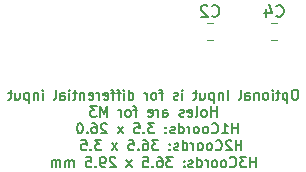
<source format=gbr>
%TF.GenerationSoftware,KiCad,Pcbnew,(5.1.9)-1*%
%TF.CreationDate,2021-10-14T16:01:30-04:00*%
%TF.ProjectId,ModularPreamp,4d6f6475-6c61-4725-9072-65616d702e6b,rev?*%
%TF.SameCoordinates,Original*%
%TF.FileFunction,Legend,Bot*%
%TF.FilePolarity,Positive*%
%FSLAX46Y46*%
G04 Gerber Fmt 4.6, Leading zero omitted, Abs format (unit mm)*
G04 Created by KiCad (PCBNEW (5.1.9)-1) date 2021-10-14 16:01:30*
%MOMM*%
%LPD*%
G01*
G04 APERTURE LIST*
%ADD10C,0.150000*%
%ADD11C,0.120000*%
G04 APERTURE END LIST*
D10*
X177791666Y-96934523D02*
X177629761Y-96934523D01*
X177548809Y-96975000D01*
X177467857Y-97055952D01*
X177427380Y-97217857D01*
X177427380Y-97501190D01*
X177467857Y-97663095D01*
X177548809Y-97744047D01*
X177629761Y-97784523D01*
X177791666Y-97784523D01*
X177872619Y-97744047D01*
X177953571Y-97663095D01*
X177994047Y-97501190D01*
X177994047Y-97217857D01*
X177953571Y-97055952D01*
X177872619Y-96975000D01*
X177791666Y-96934523D01*
X177063095Y-97217857D02*
X177063095Y-98067857D01*
X177063095Y-97258333D02*
X176982142Y-97217857D01*
X176820238Y-97217857D01*
X176739285Y-97258333D01*
X176698809Y-97298809D01*
X176658333Y-97379761D01*
X176658333Y-97622619D01*
X176698809Y-97703571D01*
X176739285Y-97744047D01*
X176820238Y-97784523D01*
X176982142Y-97784523D01*
X177063095Y-97744047D01*
X176415476Y-97217857D02*
X176091666Y-97217857D01*
X176294047Y-96934523D02*
X176294047Y-97663095D01*
X176253571Y-97744047D01*
X176172619Y-97784523D01*
X176091666Y-97784523D01*
X175808333Y-97784523D02*
X175808333Y-97217857D01*
X175808333Y-96934523D02*
X175848809Y-96975000D01*
X175808333Y-97015476D01*
X175767857Y-96975000D01*
X175808333Y-96934523D01*
X175808333Y-97015476D01*
X175282142Y-97784523D02*
X175363095Y-97744047D01*
X175403571Y-97703571D01*
X175444047Y-97622619D01*
X175444047Y-97379761D01*
X175403571Y-97298809D01*
X175363095Y-97258333D01*
X175282142Y-97217857D01*
X175160714Y-97217857D01*
X175079761Y-97258333D01*
X175039285Y-97298809D01*
X174998809Y-97379761D01*
X174998809Y-97622619D01*
X175039285Y-97703571D01*
X175079761Y-97744047D01*
X175160714Y-97784523D01*
X175282142Y-97784523D01*
X174634523Y-97217857D02*
X174634523Y-97784523D01*
X174634523Y-97298809D02*
X174594047Y-97258333D01*
X174513095Y-97217857D01*
X174391666Y-97217857D01*
X174310714Y-97258333D01*
X174270238Y-97339285D01*
X174270238Y-97784523D01*
X173501190Y-97784523D02*
X173501190Y-97339285D01*
X173541666Y-97258333D01*
X173622619Y-97217857D01*
X173784523Y-97217857D01*
X173865476Y-97258333D01*
X173501190Y-97744047D02*
X173582142Y-97784523D01*
X173784523Y-97784523D01*
X173865476Y-97744047D01*
X173905952Y-97663095D01*
X173905952Y-97582142D01*
X173865476Y-97501190D01*
X173784523Y-97460714D01*
X173582142Y-97460714D01*
X173501190Y-97420238D01*
X172975000Y-97784523D02*
X173055952Y-97744047D01*
X173096428Y-97663095D01*
X173096428Y-96934523D01*
X172003571Y-97784523D02*
X172003571Y-96934523D01*
X171598809Y-97217857D02*
X171598809Y-97784523D01*
X171598809Y-97298809D02*
X171558333Y-97258333D01*
X171477380Y-97217857D01*
X171355952Y-97217857D01*
X171275000Y-97258333D01*
X171234523Y-97339285D01*
X171234523Y-97784523D01*
X170829761Y-97217857D02*
X170829761Y-98067857D01*
X170829761Y-97258333D02*
X170748809Y-97217857D01*
X170586904Y-97217857D01*
X170505952Y-97258333D01*
X170465476Y-97298809D01*
X170425000Y-97379761D01*
X170425000Y-97622619D01*
X170465476Y-97703571D01*
X170505952Y-97744047D01*
X170586904Y-97784523D01*
X170748809Y-97784523D01*
X170829761Y-97744047D01*
X169696428Y-97217857D02*
X169696428Y-97784523D01*
X170060714Y-97217857D02*
X170060714Y-97663095D01*
X170020238Y-97744047D01*
X169939285Y-97784523D01*
X169817857Y-97784523D01*
X169736904Y-97744047D01*
X169696428Y-97703571D01*
X169413095Y-97217857D02*
X169089285Y-97217857D01*
X169291666Y-96934523D02*
X169291666Y-97663095D01*
X169251190Y-97744047D01*
X169170238Y-97784523D01*
X169089285Y-97784523D01*
X168158333Y-97784523D02*
X168158333Y-97217857D01*
X168158333Y-96934523D02*
X168198809Y-96975000D01*
X168158333Y-97015476D01*
X168117857Y-96975000D01*
X168158333Y-96934523D01*
X168158333Y-97015476D01*
X167794047Y-97744047D02*
X167713095Y-97784523D01*
X167551190Y-97784523D01*
X167470238Y-97744047D01*
X167429761Y-97663095D01*
X167429761Y-97622619D01*
X167470238Y-97541666D01*
X167551190Y-97501190D01*
X167672619Y-97501190D01*
X167753571Y-97460714D01*
X167794047Y-97379761D01*
X167794047Y-97339285D01*
X167753571Y-97258333D01*
X167672619Y-97217857D01*
X167551190Y-97217857D01*
X167470238Y-97258333D01*
X166539285Y-97217857D02*
X166215476Y-97217857D01*
X166417857Y-97784523D02*
X166417857Y-97055952D01*
X166377380Y-96975000D01*
X166296428Y-96934523D01*
X166215476Y-96934523D01*
X165810714Y-97784523D02*
X165891666Y-97744047D01*
X165932142Y-97703571D01*
X165972619Y-97622619D01*
X165972619Y-97379761D01*
X165932142Y-97298809D01*
X165891666Y-97258333D01*
X165810714Y-97217857D01*
X165689285Y-97217857D01*
X165608333Y-97258333D01*
X165567857Y-97298809D01*
X165527380Y-97379761D01*
X165527380Y-97622619D01*
X165567857Y-97703571D01*
X165608333Y-97744047D01*
X165689285Y-97784523D01*
X165810714Y-97784523D01*
X165163095Y-97784523D02*
X165163095Y-97217857D01*
X165163095Y-97379761D02*
X165122619Y-97298809D01*
X165082142Y-97258333D01*
X165001190Y-97217857D01*
X164920238Y-97217857D01*
X163625000Y-97784523D02*
X163625000Y-96934523D01*
X163625000Y-97744047D02*
X163705952Y-97784523D01*
X163867857Y-97784523D01*
X163948809Y-97744047D01*
X163989285Y-97703571D01*
X164029761Y-97622619D01*
X164029761Y-97379761D01*
X163989285Y-97298809D01*
X163948809Y-97258333D01*
X163867857Y-97217857D01*
X163705952Y-97217857D01*
X163625000Y-97258333D01*
X163220238Y-97784523D02*
X163220238Y-97217857D01*
X163220238Y-96934523D02*
X163260714Y-96975000D01*
X163220238Y-97015476D01*
X163179761Y-96975000D01*
X163220238Y-96934523D01*
X163220238Y-97015476D01*
X162936904Y-97217857D02*
X162613095Y-97217857D01*
X162815476Y-97784523D02*
X162815476Y-97055952D01*
X162775000Y-96975000D01*
X162694047Y-96934523D01*
X162613095Y-96934523D01*
X162451190Y-97217857D02*
X162127380Y-97217857D01*
X162329761Y-97784523D02*
X162329761Y-97055952D01*
X162289285Y-96975000D01*
X162208333Y-96934523D01*
X162127380Y-96934523D01*
X161520238Y-97744047D02*
X161601190Y-97784523D01*
X161763095Y-97784523D01*
X161844047Y-97744047D01*
X161884523Y-97663095D01*
X161884523Y-97339285D01*
X161844047Y-97258333D01*
X161763095Y-97217857D01*
X161601190Y-97217857D01*
X161520238Y-97258333D01*
X161479761Y-97339285D01*
X161479761Y-97420238D01*
X161884523Y-97501190D01*
X161115476Y-97784523D02*
X161115476Y-97217857D01*
X161115476Y-97379761D02*
X161075000Y-97298809D01*
X161034523Y-97258333D01*
X160953571Y-97217857D01*
X160872619Y-97217857D01*
X160265476Y-97744047D02*
X160346428Y-97784523D01*
X160508333Y-97784523D01*
X160589285Y-97744047D01*
X160629761Y-97663095D01*
X160629761Y-97339285D01*
X160589285Y-97258333D01*
X160508333Y-97217857D01*
X160346428Y-97217857D01*
X160265476Y-97258333D01*
X160225000Y-97339285D01*
X160225000Y-97420238D01*
X160629761Y-97501190D01*
X159860714Y-97217857D02*
X159860714Y-97784523D01*
X159860714Y-97298809D02*
X159820238Y-97258333D01*
X159739285Y-97217857D01*
X159617857Y-97217857D01*
X159536904Y-97258333D01*
X159496428Y-97339285D01*
X159496428Y-97784523D01*
X159213095Y-97217857D02*
X158889285Y-97217857D01*
X159091666Y-96934523D02*
X159091666Y-97663095D01*
X159051190Y-97744047D01*
X158970238Y-97784523D01*
X158889285Y-97784523D01*
X158605952Y-97784523D02*
X158605952Y-97217857D01*
X158605952Y-96934523D02*
X158646428Y-96975000D01*
X158605952Y-97015476D01*
X158565476Y-96975000D01*
X158605952Y-96934523D01*
X158605952Y-97015476D01*
X157836904Y-97784523D02*
X157836904Y-97339285D01*
X157877380Y-97258333D01*
X157958333Y-97217857D01*
X158120238Y-97217857D01*
X158201190Y-97258333D01*
X157836904Y-97744047D02*
X157917857Y-97784523D01*
X158120238Y-97784523D01*
X158201190Y-97744047D01*
X158241666Y-97663095D01*
X158241666Y-97582142D01*
X158201190Y-97501190D01*
X158120238Y-97460714D01*
X157917857Y-97460714D01*
X157836904Y-97420238D01*
X157310714Y-97784523D02*
X157391666Y-97744047D01*
X157432142Y-97663095D01*
X157432142Y-96934523D01*
X156339285Y-97784523D02*
X156339285Y-97217857D01*
X156339285Y-96934523D02*
X156379761Y-96975000D01*
X156339285Y-97015476D01*
X156298809Y-96975000D01*
X156339285Y-96934523D01*
X156339285Y-97015476D01*
X155934523Y-97217857D02*
X155934523Y-97784523D01*
X155934523Y-97298809D02*
X155894047Y-97258333D01*
X155813095Y-97217857D01*
X155691666Y-97217857D01*
X155610714Y-97258333D01*
X155570238Y-97339285D01*
X155570238Y-97784523D01*
X155165476Y-97217857D02*
X155165476Y-98067857D01*
X155165476Y-97258333D02*
X155084523Y-97217857D01*
X154922619Y-97217857D01*
X154841666Y-97258333D01*
X154801190Y-97298809D01*
X154760714Y-97379761D01*
X154760714Y-97622619D01*
X154801190Y-97703571D01*
X154841666Y-97744047D01*
X154922619Y-97784523D01*
X155084523Y-97784523D01*
X155165476Y-97744047D01*
X154032142Y-97217857D02*
X154032142Y-97784523D01*
X154396428Y-97217857D02*
X154396428Y-97663095D01*
X154355952Y-97744047D01*
X154275000Y-97784523D01*
X154153571Y-97784523D01*
X154072619Y-97744047D01*
X154032142Y-97703571D01*
X153748809Y-97217857D02*
X153425000Y-97217857D01*
X153627380Y-96934523D02*
X153627380Y-97663095D01*
X153586904Y-97744047D01*
X153505952Y-97784523D01*
X153425000Y-97784523D01*
X171072619Y-99209523D02*
X171072619Y-98359523D01*
X171072619Y-98764285D02*
X170586904Y-98764285D01*
X170586904Y-99209523D02*
X170586904Y-98359523D01*
X170060714Y-99209523D02*
X170141666Y-99169047D01*
X170182142Y-99128571D01*
X170222619Y-99047619D01*
X170222619Y-98804761D01*
X170182142Y-98723809D01*
X170141666Y-98683333D01*
X170060714Y-98642857D01*
X169939285Y-98642857D01*
X169858333Y-98683333D01*
X169817857Y-98723809D01*
X169777380Y-98804761D01*
X169777380Y-99047619D01*
X169817857Y-99128571D01*
X169858333Y-99169047D01*
X169939285Y-99209523D01*
X170060714Y-99209523D01*
X169291666Y-99209523D02*
X169372619Y-99169047D01*
X169413095Y-99088095D01*
X169413095Y-98359523D01*
X168644047Y-99169047D02*
X168725000Y-99209523D01*
X168886904Y-99209523D01*
X168967857Y-99169047D01*
X169008333Y-99088095D01*
X169008333Y-98764285D01*
X168967857Y-98683333D01*
X168886904Y-98642857D01*
X168725000Y-98642857D01*
X168644047Y-98683333D01*
X168603571Y-98764285D01*
X168603571Y-98845238D01*
X169008333Y-98926190D01*
X168279761Y-99169047D02*
X168198809Y-99209523D01*
X168036904Y-99209523D01*
X167955952Y-99169047D01*
X167915476Y-99088095D01*
X167915476Y-99047619D01*
X167955952Y-98966666D01*
X168036904Y-98926190D01*
X168158333Y-98926190D01*
X168239285Y-98885714D01*
X168279761Y-98804761D01*
X168279761Y-98764285D01*
X168239285Y-98683333D01*
X168158333Y-98642857D01*
X168036904Y-98642857D01*
X167955952Y-98683333D01*
X166539285Y-99209523D02*
X166539285Y-98764285D01*
X166579761Y-98683333D01*
X166660714Y-98642857D01*
X166822619Y-98642857D01*
X166903571Y-98683333D01*
X166539285Y-99169047D02*
X166620238Y-99209523D01*
X166822619Y-99209523D01*
X166903571Y-99169047D01*
X166944047Y-99088095D01*
X166944047Y-99007142D01*
X166903571Y-98926190D01*
X166822619Y-98885714D01*
X166620238Y-98885714D01*
X166539285Y-98845238D01*
X166134523Y-99209523D02*
X166134523Y-98642857D01*
X166134523Y-98804761D02*
X166094047Y-98723809D01*
X166053571Y-98683333D01*
X165972619Y-98642857D01*
X165891666Y-98642857D01*
X165284523Y-99169047D02*
X165365476Y-99209523D01*
X165527380Y-99209523D01*
X165608333Y-99169047D01*
X165648809Y-99088095D01*
X165648809Y-98764285D01*
X165608333Y-98683333D01*
X165527380Y-98642857D01*
X165365476Y-98642857D01*
X165284523Y-98683333D01*
X165244047Y-98764285D01*
X165244047Y-98845238D01*
X165648809Y-98926190D01*
X164353571Y-98642857D02*
X164029761Y-98642857D01*
X164232142Y-99209523D02*
X164232142Y-98480952D01*
X164191666Y-98400000D01*
X164110714Y-98359523D01*
X164029761Y-98359523D01*
X163625000Y-99209523D02*
X163705952Y-99169047D01*
X163746428Y-99128571D01*
X163786904Y-99047619D01*
X163786904Y-98804761D01*
X163746428Y-98723809D01*
X163705952Y-98683333D01*
X163625000Y-98642857D01*
X163503571Y-98642857D01*
X163422619Y-98683333D01*
X163382142Y-98723809D01*
X163341666Y-98804761D01*
X163341666Y-99047619D01*
X163382142Y-99128571D01*
X163422619Y-99169047D01*
X163503571Y-99209523D01*
X163625000Y-99209523D01*
X162977380Y-99209523D02*
X162977380Y-98642857D01*
X162977380Y-98804761D02*
X162936904Y-98723809D01*
X162896428Y-98683333D01*
X162815476Y-98642857D01*
X162734523Y-98642857D01*
X161803571Y-99209523D02*
X161803571Y-98359523D01*
X161520238Y-98966666D01*
X161236904Y-98359523D01*
X161236904Y-99209523D01*
X160913095Y-98359523D02*
X160386904Y-98359523D01*
X160670238Y-98683333D01*
X160548809Y-98683333D01*
X160467857Y-98723809D01*
X160427380Y-98764285D01*
X160386904Y-98845238D01*
X160386904Y-99047619D01*
X160427380Y-99128571D01*
X160467857Y-99169047D01*
X160548809Y-99209523D01*
X160791666Y-99209523D01*
X160872619Y-99169047D01*
X160913095Y-99128571D01*
X172853571Y-100634523D02*
X172853571Y-99784523D01*
X172853571Y-100189285D02*
X172367857Y-100189285D01*
X172367857Y-100634523D02*
X172367857Y-99784523D01*
X171517857Y-100634523D02*
X172003571Y-100634523D01*
X171760714Y-100634523D02*
X171760714Y-99784523D01*
X171841666Y-99905952D01*
X171922619Y-99986904D01*
X172003571Y-100027380D01*
X170667857Y-100553571D02*
X170708333Y-100594047D01*
X170829761Y-100634523D01*
X170910714Y-100634523D01*
X171032142Y-100594047D01*
X171113095Y-100513095D01*
X171153571Y-100432142D01*
X171194047Y-100270238D01*
X171194047Y-100148809D01*
X171153571Y-99986904D01*
X171113095Y-99905952D01*
X171032142Y-99825000D01*
X170910714Y-99784523D01*
X170829761Y-99784523D01*
X170708333Y-99825000D01*
X170667857Y-99865476D01*
X170182142Y-100634523D02*
X170263095Y-100594047D01*
X170303571Y-100553571D01*
X170344047Y-100472619D01*
X170344047Y-100229761D01*
X170303571Y-100148809D01*
X170263095Y-100108333D01*
X170182142Y-100067857D01*
X170060714Y-100067857D01*
X169979761Y-100108333D01*
X169939285Y-100148809D01*
X169898809Y-100229761D01*
X169898809Y-100472619D01*
X169939285Y-100553571D01*
X169979761Y-100594047D01*
X170060714Y-100634523D01*
X170182142Y-100634523D01*
X169413095Y-100634523D02*
X169494047Y-100594047D01*
X169534523Y-100553571D01*
X169575000Y-100472619D01*
X169575000Y-100229761D01*
X169534523Y-100148809D01*
X169494047Y-100108333D01*
X169413095Y-100067857D01*
X169291666Y-100067857D01*
X169210714Y-100108333D01*
X169170238Y-100148809D01*
X169129761Y-100229761D01*
X169129761Y-100472619D01*
X169170238Y-100553571D01*
X169210714Y-100594047D01*
X169291666Y-100634523D01*
X169413095Y-100634523D01*
X168765476Y-100634523D02*
X168765476Y-100067857D01*
X168765476Y-100229761D02*
X168725000Y-100148809D01*
X168684523Y-100108333D01*
X168603571Y-100067857D01*
X168522619Y-100067857D01*
X167875000Y-100634523D02*
X167875000Y-99784523D01*
X167875000Y-100594047D02*
X167955952Y-100634523D01*
X168117857Y-100634523D01*
X168198809Y-100594047D01*
X168239285Y-100553571D01*
X168279761Y-100472619D01*
X168279761Y-100229761D01*
X168239285Y-100148809D01*
X168198809Y-100108333D01*
X168117857Y-100067857D01*
X167955952Y-100067857D01*
X167875000Y-100108333D01*
X167510714Y-100594047D02*
X167429761Y-100634523D01*
X167267857Y-100634523D01*
X167186904Y-100594047D01*
X167146428Y-100513095D01*
X167146428Y-100472619D01*
X167186904Y-100391666D01*
X167267857Y-100351190D01*
X167389285Y-100351190D01*
X167470238Y-100310714D01*
X167510714Y-100229761D01*
X167510714Y-100189285D01*
X167470238Y-100108333D01*
X167389285Y-100067857D01*
X167267857Y-100067857D01*
X167186904Y-100108333D01*
X166782142Y-100553571D02*
X166741666Y-100594047D01*
X166782142Y-100634523D01*
X166822619Y-100594047D01*
X166782142Y-100553571D01*
X166782142Y-100634523D01*
X166782142Y-100108333D02*
X166741666Y-100148809D01*
X166782142Y-100189285D01*
X166822619Y-100148809D01*
X166782142Y-100108333D01*
X166782142Y-100189285D01*
X165810714Y-99784523D02*
X165284523Y-99784523D01*
X165567857Y-100108333D01*
X165446428Y-100108333D01*
X165365476Y-100148809D01*
X165325000Y-100189285D01*
X165284523Y-100270238D01*
X165284523Y-100472619D01*
X165325000Y-100553571D01*
X165365476Y-100594047D01*
X165446428Y-100634523D01*
X165689285Y-100634523D01*
X165770238Y-100594047D01*
X165810714Y-100553571D01*
X164920238Y-100553571D02*
X164879761Y-100594047D01*
X164920238Y-100634523D01*
X164960714Y-100594047D01*
X164920238Y-100553571D01*
X164920238Y-100634523D01*
X164110714Y-99784523D02*
X164515476Y-99784523D01*
X164555952Y-100189285D01*
X164515476Y-100148809D01*
X164434523Y-100108333D01*
X164232142Y-100108333D01*
X164151190Y-100148809D01*
X164110714Y-100189285D01*
X164070238Y-100270238D01*
X164070238Y-100472619D01*
X164110714Y-100553571D01*
X164151190Y-100594047D01*
X164232142Y-100634523D01*
X164434523Y-100634523D01*
X164515476Y-100594047D01*
X164555952Y-100553571D01*
X163139285Y-100634523D02*
X162694047Y-100067857D01*
X163139285Y-100067857D02*
X162694047Y-100634523D01*
X161763095Y-99865476D02*
X161722619Y-99825000D01*
X161641666Y-99784523D01*
X161439285Y-99784523D01*
X161358333Y-99825000D01*
X161317857Y-99865476D01*
X161277380Y-99946428D01*
X161277380Y-100027380D01*
X161317857Y-100148809D01*
X161803571Y-100634523D01*
X161277380Y-100634523D01*
X160548809Y-99784523D02*
X160710714Y-99784523D01*
X160791666Y-99825000D01*
X160832142Y-99865476D01*
X160913095Y-99986904D01*
X160953571Y-100148809D01*
X160953571Y-100472619D01*
X160913095Y-100553571D01*
X160872619Y-100594047D01*
X160791666Y-100634523D01*
X160629761Y-100634523D01*
X160548809Y-100594047D01*
X160508333Y-100553571D01*
X160467857Y-100472619D01*
X160467857Y-100270238D01*
X160508333Y-100189285D01*
X160548809Y-100148809D01*
X160629761Y-100108333D01*
X160791666Y-100108333D01*
X160872619Y-100148809D01*
X160913095Y-100189285D01*
X160953571Y-100270238D01*
X160103571Y-100553571D02*
X160063095Y-100594047D01*
X160103571Y-100634523D01*
X160144047Y-100594047D01*
X160103571Y-100553571D01*
X160103571Y-100634523D01*
X159536904Y-99784523D02*
X159455952Y-99784523D01*
X159375000Y-99825000D01*
X159334523Y-99865476D01*
X159294047Y-99946428D01*
X159253571Y-100108333D01*
X159253571Y-100310714D01*
X159294047Y-100472619D01*
X159334523Y-100553571D01*
X159375000Y-100594047D01*
X159455952Y-100634523D01*
X159536904Y-100634523D01*
X159617857Y-100594047D01*
X159658333Y-100553571D01*
X159698809Y-100472619D01*
X159739285Y-100310714D01*
X159739285Y-100108333D01*
X159698809Y-99946428D01*
X159658333Y-99865476D01*
X159617857Y-99825000D01*
X159536904Y-99784523D01*
X173177380Y-102059523D02*
X173177380Y-101209523D01*
X173177380Y-101614285D02*
X172691666Y-101614285D01*
X172691666Y-102059523D02*
X172691666Y-101209523D01*
X172327380Y-101290476D02*
X172286904Y-101250000D01*
X172205952Y-101209523D01*
X172003571Y-101209523D01*
X171922619Y-101250000D01*
X171882142Y-101290476D01*
X171841666Y-101371428D01*
X171841666Y-101452380D01*
X171882142Y-101573809D01*
X172367857Y-102059523D01*
X171841666Y-102059523D01*
X170991666Y-101978571D02*
X171032142Y-102019047D01*
X171153571Y-102059523D01*
X171234523Y-102059523D01*
X171355952Y-102019047D01*
X171436904Y-101938095D01*
X171477380Y-101857142D01*
X171517857Y-101695238D01*
X171517857Y-101573809D01*
X171477380Y-101411904D01*
X171436904Y-101330952D01*
X171355952Y-101250000D01*
X171234523Y-101209523D01*
X171153571Y-101209523D01*
X171032142Y-101250000D01*
X170991666Y-101290476D01*
X170505952Y-102059523D02*
X170586904Y-102019047D01*
X170627380Y-101978571D01*
X170667857Y-101897619D01*
X170667857Y-101654761D01*
X170627380Y-101573809D01*
X170586904Y-101533333D01*
X170505952Y-101492857D01*
X170384523Y-101492857D01*
X170303571Y-101533333D01*
X170263095Y-101573809D01*
X170222619Y-101654761D01*
X170222619Y-101897619D01*
X170263095Y-101978571D01*
X170303571Y-102019047D01*
X170384523Y-102059523D01*
X170505952Y-102059523D01*
X169736904Y-102059523D02*
X169817857Y-102019047D01*
X169858333Y-101978571D01*
X169898809Y-101897619D01*
X169898809Y-101654761D01*
X169858333Y-101573809D01*
X169817857Y-101533333D01*
X169736904Y-101492857D01*
X169615476Y-101492857D01*
X169534523Y-101533333D01*
X169494047Y-101573809D01*
X169453571Y-101654761D01*
X169453571Y-101897619D01*
X169494047Y-101978571D01*
X169534523Y-102019047D01*
X169615476Y-102059523D01*
X169736904Y-102059523D01*
X169089285Y-102059523D02*
X169089285Y-101492857D01*
X169089285Y-101654761D02*
X169048809Y-101573809D01*
X169008333Y-101533333D01*
X168927380Y-101492857D01*
X168846428Y-101492857D01*
X168198809Y-102059523D02*
X168198809Y-101209523D01*
X168198809Y-102019047D02*
X168279761Y-102059523D01*
X168441666Y-102059523D01*
X168522619Y-102019047D01*
X168563095Y-101978571D01*
X168603571Y-101897619D01*
X168603571Y-101654761D01*
X168563095Y-101573809D01*
X168522619Y-101533333D01*
X168441666Y-101492857D01*
X168279761Y-101492857D01*
X168198809Y-101533333D01*
X167834523Y-102019047D02*
X167753571Y-102059523D01*
X167591666Y-102059523D01*
X167510714Y-102019047D01*
X167470238Y-101938095D01*
X167470238Y-101897619D01*
X167510714Y-101816666D01*
X167591666Y-101776190D01*
X167713095Y-101776190D01*
X167794047Y-101735714D01*
X167834523Y-101654761D01*
X167834523Y-101614285D01*
X167794047Y-101533333D01*
X167713095Y-101492857D01*
X167591666Y-101492857D01*
X167510714Y-101533333D01*
X167105952Y-101978571D02*
X167065476Y-102019047D01*
X167105952Y-102059523D01*
X167146428Y-102019047D01*
X167105952Y-101978571D01*
X167105952Y-102059523D01*
X167105952Y-101533333D02*
X167065476Y-101573809D01*
X167105952Y-101614285D01*
X167146428Y-101573809D01*
X167105952Y-101533333D01*
X167105952Y-101614285D01*
X166134523Y-101209523D02*
X165608333Y-101209523D01*
X165891666Y-101533333D01*
X165770238Y-101533333D01*
X165689285Y-101573809D01*
X165648809Y-101614285D01*
X165608333Y-101695238D01*
X165608333Y-101897619D01*
X165648809Y-101978571D01*
X165689285Y-102019047D01*
X165770238Y-102059523D01*
X166013095Y-102059523D01*
X166094047Y-102019047D01*
X166134523Y-101978571D01*
X164879761Y-101209523D02*
X165041666Y-101209523D01*
X165122619Y-101250000D01*
X165163095Y-101290476D01*
X165244047Y-101411904D01*
X165284523Y-101573809D01*
X165284523Y-101897619D01*
X165244047Y-101978571D01*
X165203571Y-102019047D01*
X165122619Y-102059523D01*
X164960714Y-102059523D01*
X164879761Y-102019047D01*
X164839285Y-101978571D01*
X164798809Y-101897619D01*
X164798809Y-101695238D01*
X164839285Y-101614285D01*
X164879761Y-101573809D01*
X164960714Y-101533333D01*
X165122619Y-101533333D01*
X165203571Y-101573809D01*
X165244047Y-101614285D01*
X165284523Y-101695238D01*
X164434523Y-101978571D02*
X164394047Y-102019047D01*
X164434523Y-102059523D01*
X164475000Y-102019047D01*
X164434523Y-101978571D01*
X164434523Y-102059523D01*
X163625000Y-101209523D02*
X164029761Y-101209523D01*
X164070238Y-101614285D01*
X164029761Y-101573809D01*
X163948809Y-101533333D01*
X163746428Y-101533333D01*
X163665476Y-101573809D01*
X163625000Y-101614285D01*
X163584523Y-101695238D01*
X163584523Y-101897619D01*
X163625000Y-101978571D01*
X163665476Y-102019047D01*
X163746428Y-102059523D01*
X163948809Y-102059523D01*
X164029761Y-102019047D01*
X164070238Y-101978571D01*
X162653571Y-102059523D02*
X162208333Y-101492857D01*
X162653571Y-101492857D02*
X162208333Y-102059523D01*
X161317857Y-101209523D02*
X160791666Y-101209523D01*
X161075000Y-101533333D01*
X160953571Y-101533333D01*
X160872619Y-101573809D01*
X160832142Y-101614285D01*
X160791666Y-101695238D01*
X160791666Y-101897619D01*
X160832142Y-101978571D01*
X160872619Y-102019047D01*
X160953571Y-102059523D01*
X161196428Y-102059523D01*
X161277380Y-102019047D01*
X161317857Y-101978571D01*
X160427380Y-101978571D02*
X160386904Y-102019047D01*
X160427380Y-102059523D01*
X160467857Y-102019047D01*
X160427380Y-101978571D01*
X160427380Y-102059523D01*
X159617857Y-101209523D02*
X160022619Y-101209523D01*
X160063095Y-101614285D01*
X160022619Y-101573809D01*
X159941666Y-101533333D01*
X159739285Y-101533333D01*
X159658333Y-101573809D01*
X159617857Y-101614285D01*
X159577380Y-101695238D01*
X159577380Y-101897619D01*
X159617857Y-101978571D01*
X159658333Y-102019047D01*
X159739285Y-102059523D01*
X159941666Y-102059523D01*
X160022619Y-102019047D01*
X160063095Y-101978571D01*
X174391666Y-103484523D02*
X174391666Y-102634523D01*
X174391666Y-103039285D02*
X173905952Y-103039285D01*
X173905952Y-103484523D02*
X173905952Y-102634523D01*
X173582142Y-102634523D02*
X173055952Y-102634523D01*
X173339285Y-102958333D01*
X173217857Y-102958333D01*
X173136904Y-102998809D01*
X173096428Y-103039285D01*
X173055952Y-103120238D01*
X173055952Y-103322619D01*
X173096428Y-103403571D01*
X173136904Y-103444047D01*
X173217857Y-103484523D01*
X173460714Y-103484523D01*
X173541666Y-103444047D01*
X173582142Y-103403571D01*
X172205952Y-103403571D02*
X172246428Y-103444047D01*
X172367857Y-103484523D01*
X172448809Y-103484523D01*
X172570238Y-103444047D01*
X172651190Y-103363095D01*
X172691666Y-103282142D01*
X172732142Y-103120238D01*
X172732142Y-102998809D01*
X172691666Y-102836904D01*
X172651190Y-102755952D01*
X172570238Y-102675000D01*
X172448809Y-102634523D01*
X172367857Y-102634523D01*
X172246428Y-102675000D01*
X172205952Y-102715476D01*
X171720238Y-103484523D02*
X171801190Y-103444047D01*
X171841666Y-103403571D01*
X171882142Y-103322619D01*
X171882142Y-103079761D01*
X171841666Y-102998809D01*
X171801190Y-102958333D01*
X171720238Y-102917857D01*
X171598809Y-102917857D01*
X171517857Y-102958333D01*
X171477380Y-102998809D01*
X171436904Y-103079761D01*
X171436904Y-103322619D01*
X171477380Y-103403571D01*
X171517857Y-103444047D01*
X171598809Y-103484523D01*
X171720238Y-103484523D01*
X170951190Y-103484523D02*
X171032142Y-103444047D01*
X171072619Y-103403571D01*
X171113095Y-103322619D01*
X171113095Y-103079761D01*
X171072619Y-102998809D01*
X171032142Y-102958333D01*
X170951190Y-102917857D01*
X170829761Y-102917857D01*
X170748809Y-102958333D01*
X170708333Y-102998809D01*
X170667857Y-103079761D01*
X170667857Y-103322619D01*
X170708333Y-103403571D01*
X170748809Y-103444047D01*
X170829761Y-103484523D01*
X170951190Y-103484523D01*
X170303571Y-103484523D02*
X170303571Y-102917857D01*
X170303571Y-103079761D02*
X170263095Y-102998809D01*
X170222619Y-102958333D01*
X170141666Y-102917857D01*
X170060714Y-102917857D01*
X169413095Y-103484523D02*
X169413095Y-102634523D01*
X169413095Y-103444047D02*
X169494047Y-103484523D01*
X169655952Y-103484523D01*
X169736904Y-103444047D01*
X169777380Y-103403571D01*
X169817857Y-103322619D01*
X169817857Y-103079761D01*
X169777380Y-102998809D01*
X169736904Y-102958333D01*
X169655952Y-102917857D01*
X169494047Y-102917857D01*
X169413095Y-102958333D01*
X169048809Y-103444047D02*
X168967857Y-103484523D01*
X168805952Y-103484523D01*
X168725000Y-103444047D01*
X168684523Y-103363095D01*
X168684523Y-103322619D01*
X168725000Y-103241666D01*
X168805952Y-103201190D01*
X168927380Y-103201190D01*
X169008333Y-103160714D01*
X169048809Y-103079761D01*
X169048809Y-103039285D01*
X169008333Y-102958333D01*
X168927380Y-102917857D01*
X168805952Y-102917857D01*
X168725000Y-102958333D01*
X168320238Y-103403571D02*
X168279761Y-103444047D01*
X168320238Y-103484523D01*
X168360714Y-103444047D01*
X168320238Y-103403571D01*
X168320238Y-103484523D01*
X168320238Y-102958333D02*
X168279761Y-102998809D01*
X168320238Y-103039285D01*
X168360714Y-102998809D01*
X168320238Y-102958333D01*
X168320238Y-103039285D01*
X167348809Y-102634523D02*
X166822619Y-102634523D01*
X167105952Y-102958333D01*
X166984523Y-102958333D01*
X166903571Y-102998809D01*
X166863095Y-103039285D01*
X166822619Y-103120238D01*
X166822619Y-103322619D01*
X166863095Y-103403571D01*
X166903571Y-103444047D01*
X166984523Y-103484523D01*
X167227380Y-103484523D01*
X167308333Y-103444047D01*
X167348809Y-103403571D01*
X166094047Y-102634523D02*
X166255952Y-102634523D01*
X166336904Y-102675000D01*
X166377380Y-102715476D01*
X166458333Y-102836904D01*
X166498809Y-102998809D01*
X166498809Y-103322619D01*
X166458333Y-103403571D01*
X166417857Y-103444047D01*
X166336904Y-103484523D01*
X166175000Y-103484523D01*
X166094047Y-103444047D01*
X166053571Y-103403571D01*
X166013095Y-103322619D01*
X166013095Y-103120238D01*
X166053571Y-103039285D01*
X166094047Y-102998809D01*
X166175000Y-102958333D01*
X166336904Y-102958333D01*
X166417857Y-102998809D01*
X166458333Y-103039285D01*
X166498809Y-103120238D01*
X165648809Y-103403571D02*
X165608333Y-103444047D01*
X165648809Y-103484523D01*
X165689285Y-103444047D01*
X165648809Y-103403571D01*
X165648809Y-103484523D01*
X164839285Y-102634523D02*
X165244047Y-102634523D01*
X165284523Y-103039285D01*
X165244047Y-102998809D01*
X165163095Y-102958333D01*
X164960714Y-102958333D01*
X164879761Y-102998809D01*
X164839285Y-103039285D01*
X164798809Y-103120238D01*
X164798809Y-103322619D01*
X164839285Y-103403571D01*
X164879761Y-103444047D01*
X164960714Y-103484523D01*
X165163095Y-103484523D01*
X165244047Y-103444047D01*
X165284523Y-103403571D01*
X163867857Y-103484523D02*
X163422619Y-102917857D01*
X163867857Y-102917857D02*
X163422619Y-103484523D01*
X162491666Y-102715476D02*
X162451190Y-102675000D01*
X162370238Y-102634523D01*
X162167857Y-102634523D01*
X162086904Y-102675000D01*
X162046428Y-102715476D01*
X162005952Y-102796428D01*
X162005952Y-102877380D01*
X162046428Y-102998809D01*
X162532142Y-103484523D01*
X162005952Y-103484523D01*
X161601190Y-103484523D02*
X161439285Y-103484523D01*
X161358333Y-103444047D01*
X161317857Y-103403571D01*
X161236904Y-103282142D01*
X161196428Y-103120238D01*
X161196428Y-102796428D01*
X161236904Y-102715476D01*
X161277380Y-102675000D01*
X161358333Y-102634523D01*
X161520238Y-102634523D01*
X161601190Y-102675000D01*
X161641666Y-102715476D01*
X161682142Y-102796428D01*
X161682142Y-102998809D01*
X161641666Y-103079761D01*
X161601190Y-103120238D01*
X161520238Y-103160714D01*
X161358333Y-103160714D01*
X161277380Y-103120238D01*
X161236904Y-103079761D01*
X161196428Y-102998809D01*
X160832142Y-103403571D02*
X160791666Y-103444047D01*
X160832142Y-103484523D01*
X160872619Y-103444047D01*
X160832142Y-103403571D01*
X160832142Y-103484523D01*
X160022619Y-102634523D02*
X160427380Y-102634523D01*
X160467857Y-103039285D01*
X160427380Y-102998809D01*
X160346428Y-102958333D01*
X160144047Y-102958333D01*
X160063095Y-102998809D01*
X160022619Y-103039285D01*
X159982142Y-103120238D01*
X159982142Y-103322619D01*
X160022619Y-103403571D01*
X160063095Y-103444047D01*
X160144047Y-103484523D01*
X160346428Y-103484523D01*
X160427380Y-103444047D01*
X160467857Y-103403571D01*
X158970238Y-103484523D02*
X158970238Y-102917857D01*
X158970238Y-102998809D02*
X158929761Y-102958333D01*
X158848809Y-102917857D01*
X158727380Y-102917857D01*
X158646428Y-102958333D01*
X158605952Y-103039285D01*
X158605952Y-103484523D01*
X158605952Y-103039285D02*
X158565476Y-102958333D01*
X158484523Y-102917857D01*
X158363095Y-102917857D01*
X158282142Y-102958333D01*
X158241666Y-103039285D01*
X158241666Y-103484523D01*
X157836904Y-103484523D02*
X157836904Y-102917857D01*
X157836904Y-102998809D02*
X157796428Y-102958333D01*
X157715476Y-102917857D01*
X157594047Y-102917857D01*
X157513095Y-102958333D01*
X157472619Y-103039285D01*
X157472619Y-103484523D01*
X157472619Y-103039285D02*
X157432142Y-102958333D01*
X157351190Y-102917857D01*
X157229761Y-102917857D01*
X157148809Y-102958333D01*
X157108333Y-103039285D01*
X157108333Y-103484523D01*
D11*
%TO.C,C4*%
X176211252Y-92735000D02*
X175688748Y-92735000D01*
X176211252Y-91265000D02*
X175688748Y-91265000D01*
%TO.C,C2*%
X170761252Y-92735000D02*
X170238748Y-92735000D01*
X170761252Y-91265000D02*
X170238748Y-91265000D01*
%TO.C,C4*%
D10*
X176116666Y-90677142D02*
X176164285Y-90724761D01*
X176307142Y-90772380D01*
X176402380Y-90772380D01*
X176545238Y-90724761D01*
X176640476Y-90629523D01*
X176688095Y-90534285D01*
X176735714Y-90343809D01*
X176735714Y-90200952D01*
X176688095Y-90010476D01*
X176640476Y-89915238D01*
X176545238Y-89820000D01*
X176402380Y-89772380D01*
X176307142Y-89772380D01*
X176164285Y-89820000D01*
X176116666Y-89867619D01*
X175259523Y-90105714D02*
X175259523Y-90772380D01*
X175497619Y-89724761D02*
X175735714Y-90439047D01*
X175116666Y-90439047D01*
%TO.C,C2*%
X170666666Y-90677142D02*
X170714285Y-90724761D01*
X170857142Y-90772380D01*
X170952380Y-90772380D01*
X171095238Y-90724761D01*
X171190476Y-90629523D01*
X171238095Y-90534285D01*
X171285714Y-90343809D01*
X171285714Y-90200952D01*
X171238095Y-90010476D01*
X171190476Y-89915238D01*
X171095238Y-89820000D01*
X170952380Y-89772380D01*
X170857142Y-89772380D01*
X170714285Y-89820000D01*
X170666666Y-89867619D01*
X170285714Y-89867619D02*
X170238095Y-89820000D01*
X170142857Y-89772380D01*
X169904761Y-89772380D01*
X169809523Y-89820000D01*
X169761904Y-89867619D01*
X169714285Y-89962857D01*
X169714285Y-90058095D01*
X169761904Y-90200952D01*
X170333333Y-90772380D01*
X169714285Y-90772380D01*
%TD*%
M02*

</source>
